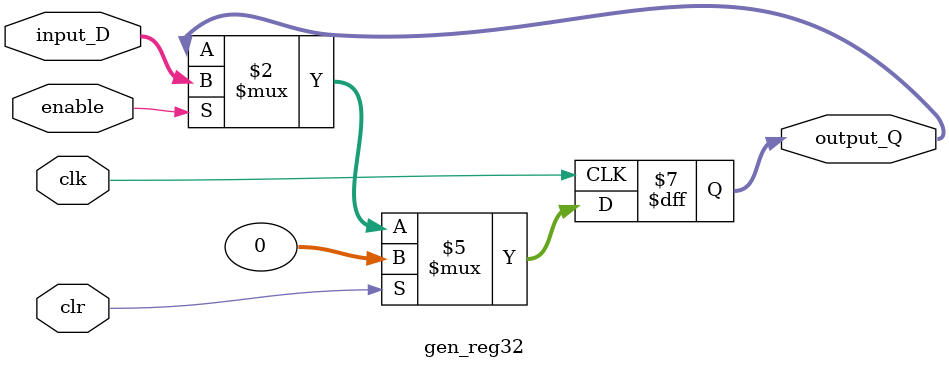
<source format=v>
`timescale 1ns/10ps


module gen_reg32 (
  input clk,
  input clr,
  input enable,
  input [31:0] input_D,
  output reg [31:0] output_Q
  );
  
  always @(posedge clk)
    begin
      if (clr)
      	output_Q = 0;
      else if (enable)
      	output_Q <= input_D;
    end
endmodule
</source>
